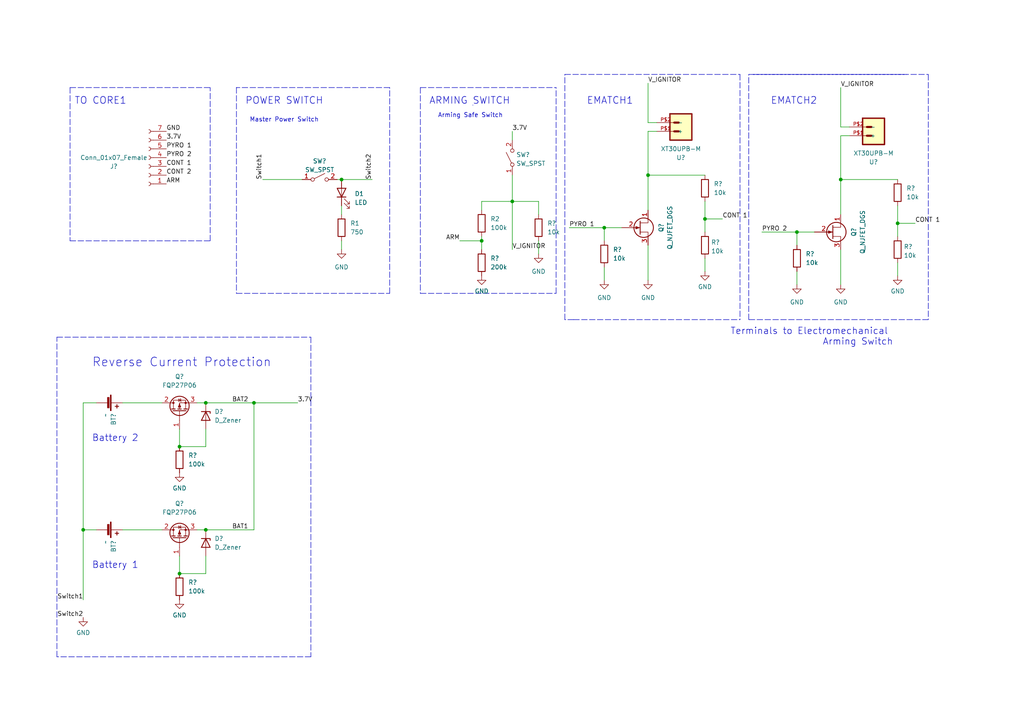
<source format=kicad_sch>
(kicad_sch (version 20211123) (generator eeschema)
  (paper "A4")
  (lib_symbols
    (symbol "Connector:Conn_01x07_Female" (pin_names (offset 1.016) hide)
      (property "Reference" "J" (at 0 10.16 0))
      (property "Value" "Conn_01x07_Female" (at 0 -10.16 0))
      (symbol "Conn_01x07_Female_1_1"
        (arc (start 0 -7.112) (mid -0.508 -7.62) (end 0 -8.128) (stroke (width 0.1524)))
        (arc (start 0 -4.572) (mid -0.508 -5.08) (end 0 -5.588) (stroke (width 0.1524)))
        (arc (start 0 -2.032) (mid -0.508 -2.54) (end 0 -3.048) (stroke (width 0.1524)))
        (polyline (pts (xy -1.27 -7.62) (xy -0.508 -7.62)) (stroke (width 0.1524)))
        (polyline (pts (xy -1.27 -5.08) (xy -0.508 -5.08)) (stroke (width 0.1524)))
        (polyline (pts (xy -1.27 -2.54) (xy -0.508 -2.54)) (stroke (width 0.1524)))
        (polyline (pts (xy -1.27 0) (xy -0.508 0)) (stroke (width 0.1524)))
        (polyline (pts (xy -1.27 2.54) (xy -0.508 2.54)) (stroke (width 0.1524)))
        (polyline (pts (xy -1.27 5.08) (xy -0.508 5.08)) (stroke (width 0.1524)))
        (polyline (pts (xy -1.27 7.62) (xy -0.508 7.62)) (stroke (width 0.1524)))
        (arc (start 0 0.508) (mid -0.508 0) (end 0 -0.508) (stroke (width 0.1524)))
        (arc (start 0 3.048) (mid -0.508 2.54) (end 0 2.032) (stroke (width 0.1524)))
        (arc (start 0 5.588) (mid -0.508 5.08) (end 0 4.572) (stroke (width 0.1524)))
        (arc (start 0 8.128) (mid -0.508 7.62) (end 0 7.112) (stroke (width 0.1524)))
        (pin passive line (at -5.08 7.62 0) (length 3.81) (name "Pin_1") (number "1"))
        (pin passive line (at -5.08 5.08 0) (length 3.81) (name "Pin_2") (number "2"))
        (pin passive line (at -5.08 2.54 0) (length 3.81) (name "Pin_3") (number "3"))
        (pin passive line (at -5.08 0 0) (length 3.81) (name "Pin_4") (number "4"))
        (pin passive line (at -5.08 -2.54 0) (length 3.81) (name "Pin_5") (number "5"))
        (pin passive line (at -5.08 -5.08 0) (length 3.81) (name "Pin_6") (number "6"))
        (pin passive line (at -5.08 -7.62 0) (length 3.81) (name "Pin_7") (number "7"))
      )
    )
    (symbol "Device:Battery_Cell" (pin_numbers hide) (pin_names (offset 0) hide)
      (property "Reference" "BT" (at 2.54 2.54 0))
      (property "Value" "Battery_Cell" (at 2.54 0 0))
      (symbol "Battery_Cell_0_1"
        (rectangle (start -2.286 1.778) (end 2.286 1.524) (fill (type outline)))
        (rectangle (start -1.5748 1.1938) (end 1.4732 0.6858) (fill (type outline)))
        (polyline (pts (xy 0 0.762) (xy 0 0)))
        (polyline (pts (xy 0 1.778) (xy 0 2.54)))
        (polyline (pts (xy 0.508 3.429) (xy 1.524 3.429)) (stroke (width 0.254)))
        (polyline (pts (xy 1.016 3.937) (xy 1.016 2.921)) (stroke (width 0.254)))
      )
      (symbol "Battery_Cell_1_1"
        (pin passive line (at 0 5.08 270) (length 2.54) (name "+") (number "1"))
        (pin passive line (at 0 -2.54 90) (length 2.54) (name "-") (number "2"))
      )
    )
    (symbol "Device:D_Zener" (pin_numbers hide) (pin_names (offset 1.016) hide)
      (property "Reference" "D" (at 0 2.54 0))
      (property "Value" "D_Zener" (at 0 -2.54 0))
      (symbol "D_Zener_0_1"
        (polyline (pts (xy 1.27 0) (xy -1.27 0)))
        (polyline (pts (xy -1.27 -1.27) (xy -1.27 1.27) (xy -0.762 1.27)) (stroke (width 0.254)))
        (polyline (pts (xy 1.27 -1.27) (xy 1.27 1.27) (xy -1.27 0) (xy 1.27 -1.27)) (stroke (width 0.254)))
      )
      (symbol "D_Zener_1_1"
        (pin passive line (at -3.81 0 0) (length 2.54) (name "K") (number "1"))
        (pin passive line (at 3.81 0 180) (length 2.54) (name "A") (number "2"))
      )
    )
    (symbol "Device:LED" (pin_numbers hide) (pin_names (offset 1.016) hide)
      (property "Reference" "D" (at 0 2.54 0))
      (property "Value" "LED" (at 0 -2.54 0))
      (symbol "LED_0_1"
        (polyline (pts (xy -1.27 -1.27) (xy -1.27 1.27)) (stroke (width 0.254)))
        (polyline (pts (xy -1.27 0) (xy 1.27 0)))
        (polyline (pts (xy 1.27 -1.27) (xy 1.27 1.27) (xy -1.27 0) (xy 1.27 -1.27)) (stroke (width 0.254)))
        (polyline (pts (xy -3.048 -0.762) (xy -4.572 -2.286) (xy -3.81 -2.286) (xy -4.572 -2.286) (xy -4.572 -1.524)))
        (polyline (pts (xy -1.778 -0.762) (xy -3.302 -2.286) (xy -2.54 -2.286) (xy -3.302 -2.286) (xy -3.302 -1.524)))
      )
      (symbol "LED_1_1"
        (pin passive line (at -3.81 0 0) (length 2.54) (name "K") (number "1"))
        (pin passive line (at 3.81 0 180) (length 2.54) (name "A") (number "2"))
      )
    )
    (symbol "Device:Q_NJFET_DGS" (pin_names (offset 0) hide)
      (property "Reference" "Q" (at 5.08 1.27 0))
      (property "Value" "Q_NJFET_DGS" (at 5.08 -1.27 0))
      (symbol "Q_NJFET_DGS_0_1"
        (polyline (pts (xy 0.254 1.905) (xy 0.254 -1.905) (xy 0.254 -1.905)) (stroke (width 0.254)))
        (polyline (pts (xy 2.54 -2.54) (xy 2.54 -1.27) (xy 0.254 -1.27)))
        (polyline (pts (xy 2.54 2.54) (xy 2.54 1.397) (xy 0.254 1.397)))
        (polyline (pts (xy 0 0) (xy -1.016 0.381) (xy -1.016 -0.381) (xy 0 0)) (fill (type outline)))
        (circle (center 1.27 0) (radius 2.8194) (stroke (width 0.254)))
      )
      (symbol "Q_NJFET_DGS_1_1"
        (pin passive line (at 2.54 5.08 270) (length 2.54) (name "D") (number "1"))
        (pin input line (at -5.08 0 0) (length 5.334) (name "G") (number "2"))
        (pin passive line (at 2.54 -5.08 90) (length 2.54) (name "S") (number "3"))
      )
    )
    (symbol "Device:R" (pin_numbers hide) (pin_names (offset 0))
      (property "Reference" "R" (at 2.032 0 90))
      (property "Value" "R" (at 0 0 90))
      (symbol "R_0_1"
        (rectangle (start -1.016 -2.54) (end 1.016 2.54) (stroke (width 0.254)))
      )
      (symbol "R_1_1"
        (pin passive line (at 0 3.81 270) (length 1.27) (name "~") (number "1"))
        (pin passive line (at 0 -3.81 90) (length 1.27) (name "~") (number "2"))
      )
    )
    (symbol "Switch:SW_SPST" (pin_names (offset 0) hide)
      (property "Reference" "SW" (at 0 3.175 0))
      (property "Value" "SW_SPST" (at 0 -2.54 0))
      (symbol "SW_SPST_0_0"
        (circle (center -2.032 0) (radius 0.508))
        (polyline (pts (xy -1.524 0.254) (xy 1.524 1.778)))
        (circle (center 2.032 0) (radius 0.508))
      )
      (symbol "SW_SPST_1_1"
        (pin passive line (at -5.08 0 0) (length 2.54) (name "A") (number "1"))
        (pin passive line (at 5.08 0 180) (length 2.54) (name "B") (number "2"))
      )
    )
    (symbol "Transistor_FET:FQP27P06" (pin_names hide)
      (property "Reference" "Q" (at 5.08 1.905 0))
      (property "Value" "FQP27P06" (at 5.08 0 0))
      (symbol "FQP27P06_0_1"
        (polyline (pts (xy 0.254 0) (xy -2.54 0)))
        (polyline (pts (xy 0.254 1.905) (xy 0.254 -1.905)) (stroke (width 0.254)))
        (polyline (pts (xy 0.762 -1.27) (xy 0.762 -2.286)) (stroke (width 0.254)))
        (polyline (pts (xy 0.762 0.508) (xy 0.762 -0.508)) (stroke (width 0.254)))
        (polyline (pts (xy 0.762 2.286) (xy 0.762 1.27)) (stroke (width 0.254)))
        (polyline (pts (xy 2.54 2.54) (xy 2.54 1.778)))
        (polyline (pts (xy 2.54 -2.54) (xy 2.54 0) (xy 0.762 0)))
        (polyline (pts (xy 0.762 1.778) (xy 3.302 1.778) (xy 3.302 -1.778) (xy 0.762 -1.778)))
        (polyline (pts (xy 2.286 0) (xy 1.27 0.381) (xy 1.27 -0.381) (xy 2.286 0)) (fill (type outline)))
        (polyline (pts (xy 2.794 -0.508) (xy 2.921 -0.381) (xy 3.683 -0.381) (xy 3.81 -0.254)))
        (polyline (pts (xy 3.302 -0.381) (xy 2.921 0.254) (xy 3.683 0.254) (xy 3.302 -0.381)))
        (circle (center 1.651 0) (radius 2.794) (stroke (width 0.254)))
        (circle (center 2.54 -1.778) (radius 0.254) (fill (type outline)))
        (circle (center 2.54 1.778) (radius 0.254) (fill (type outline)))
      )
      (symbol "FQP27P06_1_1"
        (pin input line (at -5.08 0 0) (length 2.54) (name "G") (number "1"))
        (pin passive line (at 2.54 5.08 270) (length 2.54) (name "D") (number "2"))
        (pin passive line (at 2.54 -5.08 90) (length 2.54) (name "S") (number "3"))
      )
    )
    (symbol "XT30:XT30UPB-M" (pin_names (offset 1.016))
      (property "Reference" "U" (at -2.54 5.588 0))
      (property "Value" "XT30UPB-M" (at -2.54 -4.826 0))
      (symbol "XT30UPB-M_0_0"
        (rectangle (start -2.54 -2.54) (end 3.81 5.08) (stroke (width 0.4064)) (fill (type background)))
        (polyline (pts (xy 1.27 0) (xy 2.54 0)) (stroke (width 0.6096)))
        (polyline (pts (xy 1.27 2.54) (xy 2.54 2.54)) (stroke (width 0.6096)))
        (pin passive line (at 7.62 2.54 180) (length 5.08) (name "+") (number "P$1"))
        (pin passive line (at 7.62 0 180) (length 5.08) (name "-") (number "P$2"))
      )
    )
    (symbol "power:GND" (power) (pin_names (offset 0))
      (property "Value" "GND" (at 0 -3.81 0))
      (symbol "GND_0_1"
        (polyline (pts (xy 0 0) (xy 0 -1.27) (xy 1.27 -1.27) (xy 0 -2.54) (xy -1.27 -1.27) (xy 0 -1.27)))
      )
      (symbol "GND_1_1"
        (pin power_in line (at 0 0 270) (length 0) hide (name "GND") (number "1"))
      )
    )
  )
  (junction (at 73.66 116.84))
  (junction (at 52.07 166.37))
  (junction (at 187.96 50.8))
  (junction (at 175.26 66.04))
  (junction (at 59.69 153.67))
  (junction (at 243.84 52.07))
  (junction (at 139.7 69.85))
  (junction (at 99.06 52.07))
  (junction (at 52.07 129.54))
  (junction (at 204.47 63.5))
  (junction (at 231.14 67.31))
  (junction (at 260.35 64.77))
  (junction (at 59.69 116.84))
  (junction (at 24.13 153.67))
  (junction (at 148.59 58.42))
  (wire (pts (xy 260.35 76.2) (xy 260.35 80.01)))
  (wire (pts (xy 59.69 129.54) (xy 52.07 129.54)))
  (wire (pts (xy 59.69 166.37) (xy 52.07 166.37)))
  (wire (pts (xy 243.84 39.37) (xy 243.84 52.07)))
  (polyline (pts (xy 163.83 92.71) (xy 163.83 21.59)))
  (wire (pts (xy 27.94 153.67) (xy 24.13 153.67)))
  (wire (pts (xy 99.06 59.69) (xy 99.06 62.23)))
  (polyline (pts (xy 166.37 92.71) (xy 163.83 92.71)))
  (wire (pts (xy 57.15 116.84) (xy 59.69 116.84)))
  (polyline (pts (xy 121.92 25.4) (xy 161.29 25.4)))
  (wire (pts (xy 59.69 161.29) (xy 59.69 166.37)))
  (wire (pts (xy 76.2 52.07) (xy 87.63 52.07)))
  (wire (pts (xy 73.66 116.84) (xy 73.66 153.67)))
  (polyline (pts (xy 68.58 25.4) (xy 68.58 85.09)))
  (polyline (pts (xy 137.16 30.48) (xy 137.16 30.48)))
  (wire (pts (xy 139.7 58.42) (xy 148.59 58.42)))
  (wire (pts (xy 35.56 116.84) (xy 46.99 116.84)))
  (wire (pts (xy 187.96 60.96) (xy 187.96 50.8)))
  (polyline (pts (xy 113.03 85.09) (xy 113.03 25.4)))
  (wire (pts (xy 97.79 52.07) (xy 99.06 52.07)))
  (wire (pts (xy 187.96 35.56) (xy 190.5 35.56)))
  (wire (pts (xy 148.59 38.1) (xy 148.59 40.64)))
  (wire (pts (xy 73.66 116.84) (xy 86.36 116.84)))
  (wire (pts (xy 148.59 58.42) (xy 156.21 58.42)))
  (wire (pts (xy 99.06 52.07) (xy 107.95 52.07)))
  (polyline (pts (xy 68.58 25.4) (xy 68.58 25.4)))
  (polyline (pts (xy 90.17 190.5) (xy 16.51 190.5)))
  (wire (pts (xy 204.47 58.42) (xy 204.47 63.5)))
  (polyline (pts (xy 166.37 92.71) (xy 214.63 92.71)))
  (wire (pts (xy 156.21 69.85) (xy 156.21 73.66)))
  (polyline (pts (xy 269.24 21.59) (xy 269.24 92.71)))
  (wire (pts (xy 243.84 52.07) (xy 243.84 62.23)))
  (wire (pts (xy 204.47 74.93) (xy 204.47 78.74)))
  (polyline (pts (xy 16.51 190.5) (xy 16.51 97.79)))
  (wire (pts (xy 35.56 153.67) (xy 46.99 153.67)))
  (wire (pts (xy 260.35 59.69) (xy 260.35 64.77)))
  (wire (pts (xy 260.35 64.77) (xy 265.43 64.77)))
  (wire (pts (xy 57.15 153.67) (xy 59.69 153.67)))
  (wire (pts (xy 175.26 77.47) (xy 175.26 81.28)))
  (polyline (pts (xy 218.44 21.59) (xy 269.24 21.59)))
  (wire (pts (xy 187.96 38.1) (xy 190.5 38.1)))
  (polyline (pts (xy 163.83 21.59) (xy 214.63 21.59)))
  (wire (pts (xy 243.84 72.39) (xy 243.84 82.55)))
  (polyline (pts (xy 68.58 85.09) (xy 113.03 85.09)))
  (polyline (pts (xy 137.16 30.48) (xy 137.16 30.48)))
  (wire (pts (xy 243.84 52.07) (xy 260.35 52.07)))
  (wire (pts (xy 231.14 67.31) (xy 236.22 67.31)))
  (polyline (pts (xy 217.17 21.59) (xy 262.89 21.59)))
  (wire (pts (xy 204.47 63.5) (xy 209.55 63.5)))
  (wire (pts (xy 24.13 116.84) (xy 24.13 153.67)))
  (wire (pts (xy 148.59 58.42) (xy 148.59 72.39)))
  (wire (pts (xy 59.69 124.46) (xy 59.69 129.54)))
  (polyline (pts (xy 269.24 92.71) (xy 217.17 92.71)))
  (polyline (pts (xy 20.32 25.4) (xy 60.96 25.4)))
  (wire (pts (xy 99.06 69.85) (xy 99.06 72.39)))
  (wire (pts (xy 59.69 116.84) (xy 73.66 116.84)))
  (wire (pts (xy 260.35 64.77) (xy 260.35 68.58)))
  (wire (pts (xy 148.59 50.8) (xy 148.59 58.42)))
  (wire (pts (xy 52.07 124.46) (xy 52.07 129.54)))
  (polyline (pts (xy 20.32 69.85) (xy 60.96 69.85)))
  (wire (pts (xy 187.96 71.12) (xy 187.96 81.28)))
  (polyline (pts (xy 161.29 85.09) (xy 161.29 25.4)))
  (wire (pts (xy 204.47 63.5) (xy 204.47 67.31)))
  (polyline (pts (xy 121.92 85.09) (xy 161.29 85.09)))
  (polyline (pts (xy 113.03 25.4) (xy 68.58 25.4)))
  (wire (pts (xy 165.1 66.04) (xy 175.26 66.04)))
  (wire (pts (xy 243.84 36.83) (xy 246.38 36.83)))
  (wire (pts (xy 187.96 50.8) (xy 187.96 38.1)))
  (wire (pts (xy 59.69 153.67) (xy 73.66 153.67)))
  (wire (pts (xy 175.26 66.04) (xy 175.26 69.85)))
  (wire (pts (xy 231.14 67.31) (xy 231.14 71.12)))
  (wire (pts (xy 220.98 67.31) (xy 231.14 67.31)))
  (polyline (pts (xy 16.51 97.79) (xy 90.17 97.79)))
  (wire (pts (xy 133.35 69.85) (xy 139.7 69.85)))
  (wire (pts (xy 243.84 39.37) (xy 246.38 39.37)))
  (wire (pts (xy 175.26 66.04) (xy 180.34 66.04)))
  (polyline (pts (xy 121.92 25.4) (xy 121.92 85.09)))
  (wire (pts (xy 187.96 50.8) (xy 204.47 50.8)))
  (wire (pts (xy 187.96 24.13) (xy 187.96 35.56)))
  (wire (pts (xy 27.94 116.84) (xy 24.13 116.84)))
  (wire (pts (xy 139.7 68.58) (xy 139.7 69.85)))
  (wire (pts (xy 52.07 161.29) (xy 52.07 166.37)))
  (wire (pts (xy 231.14 78.74) (xy 231.14 82.55)))
  (wire (pts (xy 139.7 69.85) (xy 139.7 72.39)))
  (wire (pts (xy 156.21 58.42) (xy 156.21 62.23)))
  (wire (pts (xy 243.84 25.4) (xy 243.84 36.83)))
  (polyline (pts (xy 90.17 97.79) (xy 90.17 190.5)))
  (wire (pts (xy 139.7 60.96) (xy 139.7 58.42)))
  (polyline (pts (xy 214.63 21.59) (xy 214.63 92.71)))
  (polyline (pts (xy 217.17 92.71) (xy 217.17 21.59)))
  (wire (pts (xy 24.13 153.67) (xy 24.13 173.99)))
  (polyline (pts (xy 20.32 25.4) (xy 20.32 69.85)))
  (polyline (pts (xy 60.96 69.85) (xy 60.96 25.4)))
  (text "Terminals to Electromechanical \nArming Switch" (at 259.08 100.33 180) (effects (font (size 1.905 1.905)) (justify right bottom)))
  (text "ARMING SWITCH" (at 124.46 30.48 0) (effects (font (size 2 2)) (justify left bottom)))
  (text "EMATCH1" (at 170.18 30.48 0) (effects (font (size 2 2)) (justify left bottom)))
  (text "EMATCH2\n" (at 223.52 30.48 0) (effects (font (size 2 2)) (justify left bottom)))
  (text "Arming Safe Switch" (at 127 34.29 0) (effects (font (size 1.27 1.27)) (justify left bottom)))
  (text "POWER SWITCH" (at 71.12 30.48 0) (effects (font (size 2 2)) (justify left bottom)))
  (text "Master Power Switch" (at 72.39 35.56 0) (effects (font (size 1.27 1.27)) (justify left bottom)))
  (text "Reverse Current Protection" (at 26.67 106.68 0) (effects (font (size 2.54 2.54)) (justify left bottom)))
  (text "TO CORE1" (at 21.59 30.48 0) (effects (font (size 2 2)) (justify left bottom)))
  (text "Battery 2" (at 26.67 128.27 0) (effects (font (size 1.905 1.905)) (justify left bottom)))
  (text "Battery 1" (at 26.67 165.1 0) (effects (font (size 1.905 1.905)) (justify left bottom)))
  (label "BAT1" (at 67.31 153.67 0))
  (label "3.7V" (at 48.26 40.64 0))
  (label "ARM" (at 133.35 69.85 180))
  (label "CONT 1" (at 209.55 63.5 0))
  (label "PYRO 1" (at 48.26 43.18 0))
  (label "CONT 1" (at 265.43 64.77 0))
  (label "PYRO 2" (at 48.26 45.72 0))
  (label "Switch2" (at 107.95 52.07 90))
  (label "Switch1" (at 76.2 52.07 90))
  (label "BAT2" (at 67.31 116.84 0))
  (label "3.7V" (at 148.59 38.1 0))
  (label "Switch2" (at 24.13 179.07 180))
  (label "V_IGNITOR" (at 148.59 72.39 0))
  (label "V_IGNITOR" (at 187.96 24.13 0))
  (label "CONT 2" (at 48.26 50.8 0))
  (label "3.7V" (at 86.36 116.84 0))
  (label "CONT 1" (at 48.26 48.26 0))
  (label "PYRO 2" (at 220.98 67.31 0))
  (label "PYRO 1" (at 165.1 66.04 0))
  (label "Switch1" (at 24.13 173.99 180))
  (label "GND" (at 48.26 38.1 0))
  (label "ARM" (at 48.26 53.34 0))
  (label "V_IGNITOR" (at 243.84 25.4 0))
  (symbol (lib_id "Device:LED") (at 99.06 55.88 90) (unit 1)
    (property "Reference" "D1" (at 102.87 56.1974 90) (effects (justify right)))
    (property "Value" "LED" (at 102.87 58.7374 90) (effects (justify right)))
  )
  (symbol (lib_id "power:GND") (at 52.07 137.16 0) (unit 1)
    (property "Reference" "#PWR?" (effects hide))
    (property "Value" "GND" (at 52.07 141.6034 0))
  )
  (symbol (lib_id "power:GND") (at 175.26 81.28 0) (unit 1)
    (property "Reference" "#PWR?" (effects hide))
    (property "Value" "GND" (at 175.26 86.36 0))
  )
  (symbol (lib_id "Device:R") (at 260.35 55.88 0) (unit 1)
    (property "Reference" "R?" (at 262.89 54.6099 0) (effects (justify left)))
    (property "Value" "10k" (at 262.89 57.1499 0) (effects (justify left)))
  )
  (symbol (lib_id "power:GND") (at 139.7 80.01 0) (unit 1)
    (property "Reference" "#PWR?" (effects hide))
    (property "Value" "GND" (at 139.7 84.4534 0))
  )
  (symbol (lib_id "Device:R") (at 99.06 66.04 180) (unit 1)
    (property "Reference" "R1" (at 101.6 64.7699 0) (effects (justify right)))
    (property "Value" "750" (at 101.6 67.3099 0) (effects (justify right)))
  )
  (symbol (lib_id "power:GND") (at 52.07 173.99 0) (unit 1)
    (property "Reference" "#PWR?" (effects hide))
    (property "Value" "GND" (at 52.07 178.4334 0))
  )
  (symbol (lib_id "Device:D_Zener") (at 59.69 120.65 270) (unit 1)
    (property "Reference" "D?" (at 62.23 119.3799 90) (effects (justify left)))
    (property "Value" "D_Zener" (at 62.23 121.9199 90) (effects (justify left)))
  )
  (symbol (lib_id "power:GND") (at 99.06 72.39 0) (unit 1)
    (property "Reference" "#PWR0104" (effects hide))
    (property "Value" "GND" (at 99.06 77.47 0))
  )
  (symbol (lib_id "Connector:Conn_01x07_Female") (at 43.18 45.72 180) (unit 1)
    (property "Reference" "J?" (at 33.02 48.26 0))
    (property "Value" "Conn_01x07_Female" (at 33.02 45.72 0))
  )
  (symbol (lib_id "Device:R") (at 231.14 74.93 0) (unit 1)
    (property "Reference" "R?" (at 233.68 73.6599 0) (effects (justify left)))
    (property "Value" "10k" (at 233.68 76.1999 0) (effects (justify left)))
  )
  (symbol (lib_id "power:GND") (at 187.96 81.28 0) (unit 1)
    (property "Reference" "#PWR?" (effects hide))
    (property "Value" "GND" (at 187.96 86.36 0))
  )
  (symbol (lib_id "Device:R") (at 204.47 54.61 0) (unit 1)
    (property "Reference" "R?" (at 207.01 53.3399 0) (effects (justify left)))
    (property "Value" "10k" (at 207.01 55.8799 0) (effects (justify left)))
  )
  (symbol (lib_id "Device:R") (at 175.26 73.66 0) (unit 1)
    (property "Reference" "R?" (at 177.8 72.3899 0) (effects (justify left)))
    (property "Value" "10k" (at 177.8 74.9299 0) (effects (justify left)))
  )
  (symbol (lib_id "Device:Q_NJFET_DGS") (at 185.42 66.04 0) (unit 1)
    (property "Reference" "Q?" (at 191.77 66.04 90))
    (property "Value" "Q_NJFET_DGS" (at 194.31 66.04 90))
  )
  (symbol (lib_id "Transistor_FET:FQP27P06") (at 52.07 156.21 90) (unit 1)
    (property "Reference" "Q?" (at 52.07 146.05 90))
    (property "Value" "FQP27P06" (at 52.07 148.59 90))
    (property "Footprint" "Package_TO_SOT_THT:TO-220-3_Vertical" (effects hide))
    (property "Datasheet" "https://www.onsemi.com/pub/Collateral/FQP27P06-D.PDF" (effects hide))
  )
  (symbol (lib_id "XT30:XT30UPB-M") (at 254 36.83 180) (unit 1)
    (property "Reference" "U?" (at 253.365 46.99 0))
    (property "Value" "XT30UPB-M" (at 253.365 44.45 0))
    (property "Footprint" "XT30UPB-M" (effects hide))
  )
  (symbol (lib_id "power:GND") (at 260.35 80.01 0) (unit 1)
    (property "Reference" "#PWR?" (effects hide))
    (property "Value" "GND" (at 260.35 84.4534 0))
  )
  (symbol (lib_id "Device:Battery_Cell") (at 30.48 153.67 270) (unit 1)
    (property "Reference" "BT?" (at 32.9184 156.6672 0) (effects (justify left)))
    (property "Value" "~" (at 30.607 156.6672 0) (effects (justify left)))
  )
  (symbol (lib_id "power:GND") (at 156.21 73.66 0) (unit 1)
    (property "Reference" "#PWR?" (effects hide))
    (property "Value" "GND" (at 156.21 78.74 0))
  )
  (symbol (lib_id "XT30:XT30UPB-M") (at 198.12 35.56 180) (unit 1)
    (property "Reference" "U?" (at 197.485 45.72 0))
    (property "Value" "XT30UPB-M" (at 197.485 43.18 0))
    (property "Footprint" "XT30UPB-M" (effects hide))
  )
  (symbol (lib_id "power:GND") (at 24.13 179.07 0) (unit 1)
    (property "Reference" "#PWR?" (effects hide))
    (property "Value" "GND" (at 24.13 183.5134 0))
  )
  (symbol (lib_id "Device:R") (at 139.7 64.77 180) (unit 1)
    (property "Reference" "R2" (at 142.24 63.4999 0) (effects (justify right)))
    (property "Value" "100k" (at 142.24 66.0399 0) (effects (justify right)))
  )
  (symbol (lib_id "Switch:SW_SPST") (at 148.59 45.72 90) (unit 1)
    (property "Reference" "SW?" (at 149.733 44.8853 90) (effects (justify right)))
    (property "Value" "SW_SPST" (at 149.733 47.4222 90) (effects (justify right)))
  )
  (symbol (lib_id "Device:R") (at 52.07 133.35 0) (unit 1)
    (property "Reference" "R?" (at 54.61 132.0799 0) (effects (justify left)))
    (property "Value" "100k" (at 54.61 134.6199 0) (effects (justify left)))
  )
  (symbol (lib_id "Device:R") (at 260.35 72.39 0) (unit 1)
    (property "Reference" "R?" (at 262.128 71.5553 0) (effects (justify left)))
    (property "Value" "10k" (at 262.128 74.0922 0) (effects (justify left)))
  )
  (symbol (lib_id "power:GND") (at 231.14 82.55 0) (unit 1)
    (property "Reference" "#PWR?" (effects hide))
    (property "Value" "GND" (at 231.14 87.63 0))
  )
  (symbol (lib_id "Device:Battery_Cell") (at 30.48 116.84 270) (unit 1)
    (property "Reference" "BT?" (at 32.9184 119.8372 0) (effects (justify left)))
    (property "Value" "~" (at 30.607 119.8372 0) (effects (justify left)))
  )
  (symbol (lib_id "Transistor_FET:FQP27P06") (at 52.07 119.38 90) (unit 1)
    (property "Reference" "Q?" (at 52.07 109.22 90))
    (property "Value" "FQP27P06" (at 52.07 111.76 90))
    (property "Footprint" "Package_TO_SOT_THT:TO-220-3_Vertical" (effects hide))
    (property "Datasheet" "https://www.onsemi.com/pub/Collateral/FQP27P06-D.PDF" (effects hide))
  )
  (symbol (lib_id "Device:R") (at 52.07 170.18 0) (unit 1)
    (property "Reference" "R?" (at 54.61 168.9099 0) (effects (justify left)))
    (property "Value" "100k" (at 54.61 171.4499 0) (effects (justify left)))
  )
  (symbol (lib_id "Device:D_Zener") (at 59.69 157.48 270) (unit 1)
    (property "Reference" "D?" (at 62.23 156.2099 90) (effects (justify left)))
    (property "Value" "D_Zener" (at 62.23 158.7499 90) (effects (justify left)))
  )
  (symbol (lib_id "Switch:SW_SPST") (at 92.71 52.07 0) (unit 1)
    (property "Reference" "SW?" (at 92.71 46.7192 0))
    (property "Value" "SW_SPST" (at 92.71 49.2561 0))
  )
  (symbol (lib_id "Device:R") (at 156.21 66.04 0) (unit 1)
    (property "Reference" "R?" (at 158.75 64.7699 0) (effects (justify left)))
    (property "Value" "10k" (at 158.75 67.3099 0) (effects (justify left)))
  )
  (symbol (lib_id "Device:Q_NJFET_DGS") (at 241.3 67.31 0) (unit 1)
    (property "Reference" "Q?" (at 247.65 67.31 90))
    (property "Value" "Q_NJFET_DGS" (at 250.19 67.31 90))
  )
  (symbol (lib_id "Device:R") (at 139.7 76.2 180) (unit 1)
    (property "Reference" "R?" (at 142.24 74.9299 0) (effects (justify right)))
    (property "Value" "200k" (at 142.24 77.4699 0) (effects (justify right)))
  )
  (symbol (lib_id "power:GND") (at 204.47 78.74 0) (unit 1)
    (property "Reference" "#PWR?" (effects hide))
    (property "Value" "GND" (at 204.47 83.1834 0))
  )
  (symbol (lib_id "power:GND") (at 243.84 82.55 0) (unit 1)
    (property "Reference" "#PWR?" (effects hide))
    (property "Value" "GND" (at 243.84 87.63 0))
  )
  (symbol (lib_id "Device:R") (at 204.47 71.12 0) (unit 1)
    (property "Reference" "R?" (at 206.248 70.2853 0) (effects (justify left)))
    (property "Value" "10k" (at 206.248 72.8222 0) (effects (justify left)))
  )
)
</source>
